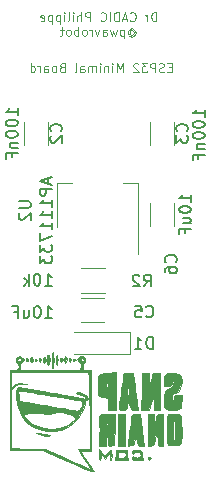
<source format=gbr>
G04 #@! TF.FileFunction,Legend,Bot*
%FSLAX46Y46*%
G04 Gerber Fmt 4.6, Leading zero omitted, Abs format (unit mm)*
G04 Created by KiCad (PCBNEW 4.0.4-stable) date 04/21/19 10:39:14*
%MOMM*%
%LPD*%
G01*
G04 APERTURE LIST*
%ADD10C,0.100000*%
%ADD11C,0.120000*%
%ADD12C,0.010000*%
%ADD13C,0.150000*%
G04 APERTURE END LIST*
D10*
X118664086Y-64259229D02*
X118414086Y-64259229D01*
X118306943Y-64652086D02*
X118664086Y-64652086D01*
X118664086Y-63902086D01*
X118306943Y-63902086D01*
X118021229Y-64616371D02*
X117914086Y-64652086D01*
X117735515Y-64652086D01*
X117664086Y-64616371D01*
X117628372Y-64580657D01*
X117592657Y-64509229D01*
X117592657Y-64437800D01*
X117628372Y-64366371D01*
X117664086Y-64330657D01*
X117735515Y-64294943D01*
X117878372Y-64259229D01*
X117949800Y-64223514D01*
X117985515Y-64187800D01*
X118021229Y-64116371D01*
X118021229Y-64044943D01*
X117985515Y-63973514D01*
X117949800Y-63937800D01*
X117878372Y-63902086D01*
X117699800Y-63902086D01*
X117592657Y-63937800D01*
X117271229Y-64652086D02*
X117271229Y-63902086D01*
X116985514Y-63902086D01*
X116914086Y-63937800D01*
X116878371Y-63973514D01*
X116842657Y-64044943D01*
X116842657Y-64152086D01*
X116878371Y-64223514D01*
X116914086Y-64259229D01*
X116985514Y-64294943D01*
X117271229Y-64294943D01*
X116592657Y-63902086D02*
X116128371Y-63902086D01*
X116378371Y-64187800D01*
X116271229Y-64187800D01*
X116199800Y-64223514D01*
X116164086Y-64259229D01*
X116128371Y-64330657D01*
X116128371Y-64509229D01*
X116164086Y-64580657D01*
X116199800Y-64616371D01*
X116271229Y-64652086D01*
X116485514Y-64652086D01*
X116556943Y-64616371D01*
X116592657Y-64580657D01*
X115842657Y-63973514D02*
X115806943Y-63937800D01*
X115735514Y-63902086D01*
X115556943Y-63902086D01*
X115485514Y-63937800D01*
X115449800Y-63973514D01*
X115414085Y-64044943D01*
X115414085Y-64116371D01*
X115449800Y-64223514D01*
X115878371Y-64652086D01*
X115414085Y-64652086D01*
X114521228Y-64652086D02*
X114521228Y-63902086D01*
X114271228Y-64437800D01*
X114021228Y-63902086D01*
X114021228Y-64652086D01*
X113664085Y-64652086D02*
X113664085Y-64152086D01*
X113664085Y-63902086D02*
X113699799Y-63937800D01*
X113664085Y-63973514D01*
X113628370Y-63937800D01*
X113664085Y-63902086D01*
X113664085Y-63973514D01*
X113306942Y-64152086D02*
X113306942Y-64652086D01*
X113306942Y-64223514D02*
X113271227Y-64187800D01*
X113199799Y-64152086D01*
X113092656Y-64152086D01*
X113021227Y-64187800D01*
X112985513Y-64259229D01*
X112985513Y-64652086D01*
X112628371Y-64652086D02*
X112628371Y-64152086D01*
X112628371Y-63902086D02*
X112664085Y-63937800D01*
X112628371Y-63973514D01*
X112592656Y-63937800D01*
X112628371Y-63902086D01*
X112628371Y-63973514D01*
X112271228Y-64652086D02*
X112271228Y-64152086D01*
X112271228Y-64223514D02*
X112235513Y-64187800D01*
X112164085Y-64152086D01*
X112056942Y-64152086D01*
X111985513Y-64187800D01*
X111949799Y-64259229D01*
X111949799Y-64652086D01*
X111949799Y-64259229D02*
X111914085Y-64187800D01*
X111842656Y-64152086D01*
X111735513Y-64152086D01*
X111664085Y-64187800D01*
X111628370Y-64259229D01*
X111628370Y-64652086D01*
X110949799Y-64652086D02*
X110949799Y-64259229D01*
X110985513Y-64187800D01*
X111056942Y-64152086D01*
X111199799Y-64152086D01*
X111271228Y-64187800D01*
X110949799Y-64616371D02*
X111021228Y-64652086D01*
X111199799Y-64652086D01*
X111271228Y-64616371D01*
X111306942Y-64544943D01*
X111306942Y-64473514D01*
X111271228Y-64402086D01*
X111199799Y-64366371D01*
X111021228Y-64366371D01*
X110949799Y-64330657D01*
X110485514Y-64652086D02*
X110556942Y-64616371D01*
X110592657Y-64544943D01*
X110592657Y-63902086D01*
X109378371Y-64259229D02*
X109271228Y-64294943D01*
X109235513Y-64330657D01*
X109199799Y-64402086D01*
X109199799Y-64509229D01*
X109235513Y-64580657D01*
X109271228Y-64616371D01*
X109342656Y-64652086D01*
X109628371Y-64652086D01*
X109628371Y-63902086D01*
X109378371Y-63902086D01*
X109306942Y-63937800D01*
X109271228Y-63973514D01*
X109235513Y-64044943D01*
X109235513Y-64116371D01*
X109271228Y-64187800D01*
X109306942Y-64223514D01*
X109378371Y-64259229D01*
X109628371Y-64259229D01*
X108771228Y-64652086D02*
X108842656Y-64616371D01*
X108878371Y-64580657D01*
X108914085Y-64509229D01*
X108914085Y-64294943D01*
X108878371Y-64223514D01*
X108842656Y-64187800D01*
X108771228Y-64152086D01*
X108664085Y-64152086D01*
X108592656Y-64187800D01*
X108556942Y-64223514D01*
X108521228Y-64294943D01*
X108521228Y-64509229D01*
X108556942Y-64580657D01*
X108592656Y-64616371D01*
X108664085Y-64652086D01*
X108771228Y-64652086D01*
X107878371Y-64652086D02*
X107878371Y-64259229D01*
X107914085Y-64187800D01*
X107985514Y-64152086D01*
X108128371Y-64152086D01*
X108199800Y-64187800D01*
X107878371Y-64616371D02*
X107949800Y-64652086D01*
X108128371Y-64652086D01*
X108199800Y-64616371D01*
X108235514Y-64544943D01*
X108235514Y-64473514D01*
X108199800Y-64402086D01*
X108128371Y-64366371D01*
X107949800Y-64366371D01*
X107878371Y-64330657D01*
X107521229Y-64652086D02*
X107521229Y-64152086D01*
X107521229Y-64294943D02*
X107485514Y-64223514D01*
X107449800Y-64187800D01*
X107378371Y-64152086D01*
X107306943Y-64152086D01*
X106735514Y-64652086D02*
X106735514Y-63902086D01*
X106735514Y-64616371D02*
X106806943Y-64652086D01*
X106949800Y-64652086D01*
X107021228Y-64616371D01*
X107056943Y-64580657D01*
X107092657Y-64509229D01*
X107092657Y-64294943D01*
X107056943Y-64223514D01*
X107021228Y-64187800D01*
X106949800Y-64152086D01*
X106806943Y-64152086D01*
X106735514Y-64187800D01*
X117364057Y-60343886D02*
X117364057Y-59593886D01*
X117185485Y-59593886D01*
X117078342Y-59629600D01*
X117006914Y-59701029D01*
X116971199Y-59772457D01*
X116935485Y-59915314D01*
X116935485Y-60022457D01*
X116971199Y-60165314D01*
X117006914Y-60236743D01*
X117078342Y-60308171D01*
X117185485Y-60343886D01*
X117364057Y-60343886D01*
X116614057Y-60343886D02*
X116614057Y-59843886D01*
X116614057Y-59986743D02*
X116578342Y-59915314D01*
X116542628Y-59879600D01*
X116471199Y-59843886D01*
X116399771Y-59843886D01*
X115149770Y-60272457D02*
X115185484Y-60308171D01*
X115292627Y-60343886D01*
X115364056Y-60343886D01*
X115471199Y-60308171D01*
X115542627Y-60236743D01*
X115578342Y-60165314D01*
X115614056Y-60022457D01*
X115614056Y-59915314D01*
X115578342Y-59772457D01*
X115542627Y-59701029D01*
X115471199Y-59629600D01*
X115364056Y-59593886D01*
X115292627Y-59593886D01*
X115185484Y-59629600D01*
X115149770Y-59665314D01*
X114864056Y-60129600D02*
X114506913Y-60129600D01*
X114935484Y-60343886D02*
X114685484Y-59593886D01*
X114435484Y-60343886D01*
X114185485Y-60343886D02*
X114185485Y-59593886D01*
X114006913Y-59593886D01*
X113899770Y-59629600D01*
X113828342Y-59701029D01*
X113792627Y-59772457D01*
X113756913Y-59915314D01*
X113756913Y-60022457D01*
X113792627Y-60165314D01*
X113828342Y-60236743D01*
X113899770Y-60308171D01*
X114006913Y-60343886D01*
X114185485Y-60343886D01*
X113435485Y-60343886D02*
X113435485Y-59593886D01*
X112649770Y-60272457D02*
X112685484Y-60308171D01*
X112792627Y-60343886D01*
X112864056Y-60343886D01*
X112971199Y-60308171D01*
X113042627Y-60236743D01*
X113078342Y-60165314D01*
X113114056Y-60022457D01*
X113114056Y-59915314D01*
X113078342Y-59772457D01*
X113042627Y-59701029D01*
X112971199Y-59629600D01*
X112864056Y-59593886D01*
X112792627Y-59593886D01*
X112685484Y-59629600D01*
X112649770Y-59665314D01*
X111756913Y-60343886D02*
X111756913Y-59593886D01*
X111471198Y-59593886D01*
X111399770Y-59629600D01*
X111364055Y-59665314D01*
X111328341Y-59736743D01*
X111328341Y-59843886D01*
X111364055Y-59915314D01*
X111399770Y-59951029D01*
X111471198Y-59986743D01*
X111756913Y-59986743D01*
X111006913Y-60343886D02*
X111006913Y-59593886D01*
X110685484Y-60343886D02*
X110685484Y-59951029D01*
X110721198Y-59879600D01*
X110792627Y-59843886D01*
X110899770Y-59843886D01*
X110971198Y-59879600D01*
X111006913Y-59915314D01*
X110328342Y-60343886D02*
X110328342Y-59843886D01*
X110328342Y-59593886D02*
X110364056Y-59629600D01*
X110328342Y-59665314D01*
X110292627Y-59629600D01*
X110328342Y-59593886D01*
X110328342Y-59665314D01*
X109864056Y-60343886D02*
X109935484Y-60308171D01*
X109971199Y-60236743D01*
X109971199Y-59593886D01*
X109578342Y-60343886D02*
X109578342Y-59843886D01*
X109578342Y-59593886D02*
X109614056Y-59629600D01*
X109578342Y-59665314D01*
X109542627Y-59629600D01*
X109578342Y-59593886D01*
X109578342Y-59665314D01*
X109221199Y-59843886D02*
X109221199Y-60593886D01*
X109221199Y-59879600D02*
X109149770Y-59843886D01*
X109006913Y-59843886D01*
X108935484Y-59879600D01*
X108899770Y-59915314D01*
X108864056Y-59986743D01*
X108864056Y-60201029D01*
X108899770Y-60272457D01*
X108935484Y-60308171D01*
X109006913Y-60343886D01*
X109149770Y-60343886D01*
X109221199Y-60308171D01*
X108542628Y-59843886D02*
X108542628Y-60593886D01*
X108542628Y-59879600D02*
X108471199Y-59843886D01*
X108328342Y-59843886D01*
X108256913Y-59879600D01*
X108221199Y-59915314D01*
X108185485Y-59986743D01*
X108185485Y-60201029D01*
X108221199Y-60272457D01*
X108256913Y-60308171D01*
X108328342Y-60343886D01*
X108471199Y-60343886D01*
X108542628Y-60308171D01*
X107578342Y-60308171D02*
X107649771Y-60343886D01*
X107792628Y-60343886D01*
X107864057Y-60308171D01*
X107899771Y-60236743D01*
X107899771Y-59951029D01*
X107864057Y-59879600D01*
X107792628Y-59843886D01*
X107649771Y-59843886D01*
X107578342Y-59879600D01*
X107542628Y-59951029D01*
X107542628Y-60022457D01*
X107899771Y-60093886D01*
X115131913Y-61211743D02*
X115167627Y-61176029D01*
X115239056Y-61140314D01*
X115310484Y-61140314D01*
X115381913Y-61176029D01*
X115417627Y-61211743D01*
X115453341Y-61283171D01*
X115453341Y-61354600D01*
X115417627Y-61426029D01*
X115381913Y-61461743D01*
X115310484Y-61497457D01*
X115239056Y-61497457D01*
X115167627Y-61461743D01*
X115131913Y-61426029D01*
X115131913Y-61140314D02*
X115131913Y-61426029D01*
X115096199Y-61461743D01*
X115060484Y-61461743D01*
X114989056Y-61426029D01*
X114953341Y-61354600D01*
X114953341Y-61176029D01*
X115024770Y-61068886D01*
X115131913Y-60997457D01*
X115274770Y-60961743D01*
X115417627Y-60997457D01*
X115524770Y-61068886D01*
X115596199Y-61176029D01*
X115631913Y-61318886D01*
X115596199Y-61461743D01*
X115524770Y-61568886D01*
X115417627Y-61640314D01*
X115274770Y-61676029D01*
X115131913Y-61640314D01*
X115024770Y-61568886D01*
X114631913Y-61068886D02*
X114631913Y-61818886D01*
X114631913Y-61104600D02*
X114560484Y-61068886D01*
X114417627Y-61068886D01*
X114346198Y-61104600D01*
X114310484Y-61140314D01*
X114274770Y-61211743D01*
X114274770Y-61426029D01*
X114310484Y-61497457D01*
X114346198Y-61533171D01*
X114417627Y-61568886D01*
X114560484Y-61568886D01*
X114631913Y-61533171D01*
X114024770Y-61068886D02*
X113881913Y-61568886D01*
X113739056Y-61211743D01*
X113596199Y-61568886D01*
X113453342Y-61068886D01*
X112846199Y-61568886D02*
X112846199Y-61176029D01*
X112881913Y-61104600D01*
X112953342Y-61068886D01*
X113096199Y-61068886D01*
X113167628Y-61104600D01*
X112846199Y-61533171D02*
X112917628Y-61568886D01*
X113096199Y-61568886D01*
X113167628Y-61533171D01*
X113203342Y-61461743D01*
X113203342Y-61390314D01*
X113167628Y-61318886D01*
X113096199Y-61283171D01*
X112917628Y-61283171D01*
X112846199Y-61247457D01*
X112560485Y-61068886D02*
X112381914Y-61568886D01*
X112203342Y-61068886D01*
X111917628Y-61568886D02*
X111917628Y-61068886D01*
X111917628Y-61211743D02*
X111881913Y-61140314D01*
X111846199Y-61104600D01*
X111774770Y-61068886D01*
X111703342Y-61068886D01*
X111346199Y-61568886D02*
X111417627Y-61533171D01*
X111453342Y-61497457D01*
X111489056Y-61426029D01*
X111489056Y-61211743D01*
X111453342Y-61140314D01*
X111417627Y-61104600D01*
X111346199Y-61068886D01*
X111239056Y-61068886D01*
X111167627Y-61104600D01*
X111131913Y-61140314D01*
X111096199Y-61211743D01*
X111096199Y-61426029D01*
X111131913Y-61497457D01*
X111167627Y-61533171D01*
X111239056Y-61568886D01*
X111346199Y-61568886D01*
X110774771Y-61568886D02*
X110774771Y-60818886D01*
X110774771Y-61104600D02*
X110703342Y-61068886D01*
X110560485Y-61068886D01*
X110489056Y-61104600D01*
X110453342Y-61140314D01*
X110417628Y-61211743D01*
X110417628Y-61426029D01*
X110453342Y-61497457D01*
X110489056Y-61533171D01*
X110560485Y-61568886D01*
X110703342Y-61568886D01*
X110774771Y-61533171D01*
X109989057Y-61568886D02*
X110060485Y-61533171D01*
X110096200Y-61497457D01*
X110131914Y-61426029D01*
X110131914Y-61211743D01*
X110096200Y-61140314D01*
X110060485Y-61104600D01*
X109989057Y-61068886D01*
X109881914Y-61068886D01*
X109810485Y-61104600D01*
X109774771Y-61140314D01*
X109739057Y-61211743D01*
X109739057Y-61426029D01*
X109774771Y-61497457D01*
X109810485Y-61533171D01*
X109881914Y-61568886D01*
X109989057Y-61568886D01*
X109524771Y-61068886D02*
X109239057Y-61068886D01*
X109417629Y-60818886D02*
X109417629Y-61461743D01*
X109381914Y-61533171D01*
X109310486Y-61568886D01*
X109239057Y-61568886D01*
D11*
X108208000Y-68850000D02*
X108208000Y-70850000D01*
X106168000Y-70850000D02*
X106168000Y-68850000D01*
X118876000Y-68850000D02*
X118876000Y-70850000D01*
X116836000Y-70850000D02*
X116836000Y-68850000D01*
X112975900Y-85843300D02*
X110975900Y-85843300D01*
X110975900Y-83803300D02*
X112975900Y-83803300D01*
X116836000Y-77708000D02*
X116836000Y-75708000D01*
X118876000Y-75708000D02*
X118876000Y-77708000D01*
X115126700Y-86654600D02*
X115126700Y-88554600D01*
X115126700Y-88554600D02*
X110426700Y-88554600D01*
X115126700Y-86654600D02*
X110426700Y-86654600D01*
X113039400Y-81264100D02*
X111039400Y-81264100D01*
X111039400Y-83404100D02*
X113039400Y-83404100D01*
X108997700Y-74061400D02*
X110257700Y-74061400D01*
X115817700Y-74061400D02*
X114557700Y-74061400D01*
X108997700Y-77821400D02*
X108997700Y-74061400D01*
X115817700Y-80071400D02*
X115817700Y-74061400D01*
D12*
G36*
X105636279Y-88750992D02*
X105618038Y-88760274D01*
X105480706Y-88912677D01*
X105476456Y-89109264D01*
X105583566Y-89264067D01*
X105677505Y-89422138D01*
X105710566Y-89613100D01*
X105698583Y-89762987D01*
X105632051Y-89833984D01*
X105465095Y-89855427D01*
X105329566Y-89856733D01*
X104948566Y-89856733D01*
X104948566Y-96630067D01*
X107664806Y-96630067D01*
X109809342Y-97561400D01*
X110459123Y-97843317D01*
X110970285Y-98064014D01*
X111359416Y-98229974D01*
X111643105Y-98347681D01*
X111837943Y-98423619D01*
X111960517Y-98464274D01*
X112027418Y-98476129D01*
X112055233Y-98465668D01*
X112060566Y-98441342D01*
X112014921Y-98355438D01*
X111957761Y-98265803D01*
X111806566Y-98265803D01*
X111732758Y-98243711D01*
X111525144Y-98161135D01*
X111204440Y-98026847D01*
X110791363Y-97849622D01*
X110306629Y-97638232D01*
X109880400Y-97450075D01*
X107954233Y-96595408D01*
X106514900Y-96549237D01*
X105075566Y-96503067D01*
X105053394Y-93264567D01*
X105031221Y-90026067D01*
X111614217Y-90026067D01*
X111668058Y-90418884D01*
X111680974Y-90597041D01*
X111692778Y-90921330D01*
X111703087Y-91368551D01*
X111711517Y-91915503D01*
X111717686Y-92538986D01*
X111721209Y-93215800D01*
X111721900Y-93678550D01*
X111721900Y-96545400D01*
X111270344Y-96545400D01*
X111007332Y-96554845D01*
X110819271Y-96579079D01*
X110764420Y-96599768D01*
X110788173Y-96686392D01*
X110893767Y-96880518D01*
X111063769Y-97152469D01*
X111258309Y-97440500D01*
X111476466Y-97756636D01*
X111653459Y-98019276D01*
X111769806Y-98199095D01*
X111806566Y-98265803D01*
X111957761Y-98265803D01*
X111890994Y-98161105D01*
X111708298Y-97888156D01*
X111510233Y-97600610D01*
X111291455Y-97282817D01*
X111113893Y-97017277D01*
X110997043Y-96833663D01*
X110959900Y-96763001D01*
X111036095Y-96735459D01*
X111230900Y-96717984D01*
X111383233Y-96714733D01*
X111806566Y-96714733D01*
X111806566Y-89856733D01*
X111467900Y-89856733D01*
X111251064Y-89847762D01*
X111154700Y-89792370D01*
X111129990Y-89647841D01*
X111129233Y-89560400D01*
X111148231Y-89364500D01*
X111194941Y-89266614D01*
X111204841Y-89264066D01*
X111300415Y-89193382D01*
X111348703Y-89034870D01*
X111345800Y-89010067D01*
X111213900Y-89010067D01*
X111171048Y-89149027D01*
X111065733Y-89163282D01*
X110939774Y-89079796D01*
X110917566Y-89010067D01*
X110987951Y-88890518D01*
X111065733Y-88856851D01*
X111185745Y-88886303D01*
X111213900Y-89010067D01*
X111345800Y-89010067D01*
X111331696Y-88889613D01*
X111203387Y-88741939D01*
X111008732Y-88732490D01*
X110828726Y-88828890D01*
X110627927Y-88986838D01*
X110821456Y-89168649D01*
X110966784Y-89376975D01*
X110977833Y-89603597D01*
X110940681Y-89856733D01*
X105795233Y-89856733D01*
X105795233Y-89629357D01*
X105852626Y-89405875D01*
X105985733Y-89198831D01*
X106133596Y-89041149D01*
X105941025Y-89041149D01*
X105923895Y-89092044D01*
X105800177Y-89162422D01*
X105647232Y-89129769D01*
X105562375Y-89031278D01*
X105592260Y-88921642D01*
X105715283Y-88861451D01*
X105856616Y-88878699D01*
X105895147Y-88906780D01*
X105941025Y-89041149D01*
X106133596Y-89041149D01*
X106176233Y-88995682D01*
X105977871Y-88834770D01*
X105795732Y-88728485D01*
X105636279Y-88750992D01*
X105636279Y-88750992D01*
G37*
X105636279Y-88750992D02*
X105618038Y-88760274D01*
X105480706Y-88912677D01*
X105476456Y-89109264D01*
X105583566Y-89264067D01*
X105677505Y-89422138D01*
X105710566Y-89613100D01*
X105698583Y-89762987D01*
X105632051Y-89833984D01*
X105465095Y-89855427D01*
X105329566Y-89856733D01*
X104948566Y-89856733D01*
X104948566Y-96630067D01*
X107664806Y-96630067D01*
X109809342Y-97561400D01*
X110459123Y-97843317D01*
X110970285Y-98064014D01*
X111359416Y-98229974D01*
X111643105Y-98347681D01*
X111837943Y-98423619D01*
X111960517Y-98464274D01*
X112027418Y-98476129D01*
X112055233Y-98465668D01*
X112060566Y-98441342D01*
X112014921Y-98355438D01*
X111957761Y-98265803D01*
X111806566Y-98265803D01*
X111732758Y-98243711D01*
X111525144Y-98161135D01*
X111204440Y-98026847D01*
X110791363Y-97849622D01*
X110306629Y-97638232D01*
X109880400Y-97450075D01*
X107954233Y-96595408D01*
X106514900Y-96549237D01*
X105075566Y-96503067D01*
X105053394Y-93264567D01*
X105031221Y-90026067D01*
X111614217Y-90026067D01*
X111668058Y-90418884D01*
X111680974Y-90597041D01*
X111692778Y-90921330D01*
X111703087Y-91368551D01*
X111711517Y-91915503D01*
X111717686Y-92538986D01*
X111721209Y-93215800D01*
X111721900Y-93678550D01*
X111721900Y-96545400D01*
X111270344Y-96545400D01*
X111007332Y-96554845D01*
X110819271Y-96579079D01*
X110764420Y-96599768D01*
X110788173Y-96686392D01*
X110893767Y-96880518D01*
X111063769Y-97152469D01*
X111258309Y-97440500D01*
X111476466Y-97756636D01*
X111653459Y-98019276D01*
X111769806Y-98199095D01*
X111806566Y-98265803D01*
X111957761Y-98265803D01*
X111890994Y-98161105D01*
X111708298Y-97888156D01*
X111510233Y-97600610D01*
X111291455Y-97282817D01*
X111113893Y-97017277D01*
X110997043Y-96833663D01*
X110959900Y-96763001D01*
X111036095Y-96735459D01*
X111230900Y-96717984D01*
X111383233Y-96714733D01*
X111806566Y-96714733D01*
X111806566Y-89856733D01*
X111467900Y-89856733D01*
X111251064Y-89847762D01*
X111154700Y-89792370D01*
X111129990Y-89647841D01*
X111129233Y-89560400D01*
X111148231Y-89364500D01*
X111194941Y-89266614D01*
X111204841Y-89264066D01*
X111300415Y-89193382D01*
X111348703Y-89034870D01*
X111345800Y-89010067D01*
X111213900Y-89010067D01*
X111171048Y-89149027D01*
X111065733Y-89163282D01*
X110939774Y-89079796D01*
X110917566Y-89010067D01*
X110987951Y-88890518D01*
X111065733Y-88856851D01*
X111185745Y-88886303D01*
X111213900Y-89010067D01*
X111345800Y-89010067D01*
X111331696Y-88889613D01*
X111203387Y-88741939D01*
X111008732Y-88732490D01*
X110828726Y-88828890D01*
X110627927Y-88986838D01*
X110821456Y-89168649D01*
X110966784Y-89376975D01*
X110977833Y-89603597D01*
X110940681Y-89856733D01*
X105795233Y-89856733D01*
X105795233Y-89629357D01*
X105852626Y-89405875D01*
X105985733Y-89198831D01*
X106133596Y-89041149D01*
X105941025Y-89041149D01*
X105923895Y-89092044D01*
X105800177Y-89162422D01*
X105647232Y-89129769D01*
X105562375Y-89031278D01*
X105592260Y-88921642D01*
X105715283Y-88861451D01*
X105856616Y-88878699D01*
X105895147Y-88906780D01*
X105941025Y-89041149D01*
X106133596Y-89041149D01*
X106176233Y-88995682D01*
X105977871Y-88834770D01*
X105795732Y-88728485D01*
X105636279Y-88750992D01*
G36*
X116647318Y-97290506D02*
X116632566Y-97349733D01*
X116700339Y-97461982D01*
X116759566Y-97476733D01*
X116871815Y-97408960D01*
X116886566Y-97349733D01*
X116818794Y-97237485D01*
X116759566Y-97222733D01*
X116647318Y-97290506D01*
X116647318Y-97290506D01*
G37*
X116647318Y-97290506D02*
X116632566Y-97349733D01*
X116700339Y-97461982D01*
X116759566Y-97476733D01*
X116871815Y-97408960D01*
X116886566Y-97349733D01*
X116818794Y-97237485D01*
X116759566Y-97222733D01*
X116647318Y-97290506D01*
G36*
X115399922Y-96701329D02*
X115284390Y-96806825D01*
X115277900Y-96843346D01*
X115324128Y-96954979D01*
X115362566Y-96968733D01*
X115444773Y-96904304D01*
X115447233Y-96884067D01*
X115521662Y-96828104D01*
X115704677Y-96800131D01*
X115743566Y-96799400D01*
X115942661Y-96813559D01*
X116024322Y-96885379D01*
X116039900Y-97053400D01*
X116023380Y-97224053D01*
X115939590Y-97294047D01*
X115743566Y-97307400D01*
X115547718Y-97284885D01*
X115449800Y-97229520D01*
X115447233Y-97217736D01*
X115395363Y-97167170D01*
X115362566Y-97180400D01*
X115284662Y-97302902D01*
X115277900Y-97354730D01*
X115324509Y-97428869D01*
X115483726Y-97466988D01*
X115748205Y-97476733D01*
X116218511Y-97476733D01*
X116192705Y-97074567D01*
X116168137Y-96829697D01*
X116115736Y-96706274D01*
X116005567Y-96656423D01*
X115923836Y-96644622D01*
X115627305Y-96642882D01*
X115399922Y-96701329D01*
X115399922Y-96701329D01*
G37*
X115399922Y-96701329D02*
X115284390Y-96806825D01*
X115277900Y-96843346D01*
X115324128Y-96954979D01*
X115362566Y-96968733D01*
X115444773Y-96904304D01*
X115447233Y-96884067D01*
X115521662Y-96828104D01*
X115704677Y-96800131D01*
X115743566Y-96799400D01*
X115942661Y-96813559D01*
X116024322Y-96885379D01*
X116039900Y-97053400D01*
X116023380Y-97224053D01*
X115939590Y-97294047D01*
X115743566Y-97307400D01*
X115547718Y-97284885D01*
X115449800Y-97229520D01*
X115447233Y-97217736D01*
X115395363Y-97167170D01*
X115362566Y-97180400D01*
X115284662Y-97302902D01*
X115277900Y-97354730D01*
X115324509Y-97428869D01*
X115483726Y-97466988D01*
X115748205Y-97476733D01*
X116218511Y-97476733D01*
X116192705Y-97074567D01*
X116168137Y-96829697D01*
X116115736Y-96706274D01*
X116005567Y-96656423D01*
X115923836Y-96644622D01*
X115627305Y-96642882D01*
X115399922Y-96701329D01*
G36*
X113939761Y-97074567D02*
X113913955Y-97476733D01*
X114948511Y-97476733D01*
X114922705Y-97074567D01*
X114921347Y-97053400D01*
X114769900Y-97053400D01*
X114756526Y-97216267D01*
X114684054Y-97288668D01*
X114503955Y-97306999D01*
X114431233Y-97307400D01*
X114214078Y-97297370D01*
X114117543Y-97243015D01*
X114093101Y-97107941D01*
X114092566Y-97053400D01*
X114105940Y-96890533D01*
X114178413Y-96818132D01*
X114358511Y-96799801D01*
X114431233Y-96799400D01*
X114648389Y-96809430D01*
X114744924Y-96863785D01*
X114769366Y-96998858D01*
X114769900Y-97053400D01*
X114921347Y-97053400D01*
X114896900Y-96672400D01*
X113965566Y-96672400D01*
X113939761Y-97074567D01*
X113939761Y-97074567D01*
G37*
X113939761Y-97074567D02*
X113913955Y-97476733D01*
X114948511Y-97476733D01*
X114922705Y-97074567D01*
X114921347Y-97053400D01*
X114769900Y-97053400D01*
X114756526Y-97216267D01*
X114684054Y-97288668D01*
X114503955Y-97306999D01*
X114431233Y-97307400D01*
X114214078Y-97297370D01*
X114117543Y-97243015D01*
X114093101Y-97107941D01*
X114092566Y-97053400D01*
X114105940Y-96890533D01*
X114178413Y-96818132D01*
X114358511Y-96799801D01*
X114431233Y-96799400D01*
X114648389Y-96809430D01*
X114744924Y-96863785D01*
X114769366Y-96998858D01*
X114769900Y-97053400D01*
X114921347Y-97053400D01*
X114896900Y-96672400D01*
X113965566Y-96672400D01*
X113939761Y-97074567D01*
G36*
X112486382Y-97032233D02*
X112499536Y-97280543D01*
X112535986Y-97441881D01*
X112568566Y-97476733D01*
X112627012Y-97402909D01*
X112653138Y-97223955D01*
X112653233Y-97211315D01*
X112653233Y-96945897D01*
X112838027Y-97180824D01*
X113022821Y-97415752D01*
X113218606Y-97171076D01*
X113414392Y-96926400D01*
X113414813Y-97201567D01*
X113437878Y-97388864D01*
X113493496Y-97475948D01*
X113499900Y-97476733D01*
X113550672Y-97401120D01*
X113580893Y-97210074D01*
X113584566Y-97100730D01*
X113563610Y-96814899D01*
X113497103Y-96690513D01*
X113379589Y-96724498D01*
X113219919Y-96895314D01*
X113011062Y-97162184D01*
X112749963Y-96874959D01*
X112488864Y-96587733D01*
X112486382Y-97032233D01*
X112486382Y-97032233D01*
G37*
X112486382Y-97032233D02*
X112499536Y-97280543D01*
X112535986Y-97441881D01*
X112568566Y-97476733D01*
X112627012Y-97402909D01*
X112653138Y-97223955D01*
X112653233Y-97211315D01*
X112653233Y-96945897D01*
X112838027Y-97180824D01*
X113022821Y-97415752D01*
X113218606Y-97171076D01*
X113414392Y-96926400D01*
X113414813Y-97201567D01*
X113437878Y-97388864D01*
X113493496Y-97475948D01*
X113499900Y-97476733D01*
X113550672Y-97401120D01*
X113580893Y-97210074D01*
X113584566Y-97100730D01*
X113563610Y-96814899D01*
X113497103Y-96690513D01*
X113379589Y-96724498D01*
X113219919Y-96895314D01*
X113011062Y-97162184D01*
X112749963Y-96874959D01*
X112488864Y-96587733D01*
X112486382Y-97032233D01*
G36*
X118607536Y-93600927D02*
X118403560Y-93648993D01*
X118342833Y-93683667D01*
X118294930Y-93813142D01*
X118262458Y-94094203D01*
X118244910Y-94533158D01*
X118241233Y-94950688D01*
X118243088Y-95419322D01*
X118251111Y-95746872D01*
X118268994Y-95961568D01*
X118300424Y-96091641D01*
X118349092Y-96165321D01*
X118405000Y-96203754D01*
X118656781Y-96272415D01*
X118978274Y-96277282D01*
X119282320Y-96218324D01*
X119320733Y-96204095D01*
X119396501Y-96166493D01*
X119448949Y-96106417D01*
X119482360Y-95995816D01*
X119501017Y-95806640D01*
X119509202Y-95510838D01*
X119510097Y-95317824D01*
X118992578Y-95317824D01*
X118978585Y-95633855D01*
X118941473Y-95805976D01*
X118879257Y-95846357D01*
X118827893Y-95811260D01*
X118791595Y-95690336D01*
X118769374Y-95436867D01*
X118763675Y-95087240D01*
X118767169Y-94907671D01*
X118790863Y-94473129D01*
X118827325Y-94197955D01*
X118870564Y-94083850D01*
X118914584Y-94132515D01*
X118953394Y-94345651D01*
X118980999Y-94724960D01*
X118985440Y-94845715D01*
X118992578Y-95317824D01*
X119510097Y-95317824D01*
X119511199Y-95080360D01*
X119511233Y-94956395D01*
X119504187Y-94398827D01*
X119482706Y-94003551D01*
X119446273Y-93764097D01*
X119409633Y-93683667D01*
X119270693Y-93624881D01*
X119029728Y-93588196D01*
X118876233Y-93582067D01*
X118607536Y-93600927D01*
X118607536Y-93600927D01*
G37*
X118607536Y-93600927D02*
X118403560Y-93648993D01*
X118342833Y-93683667D01*
X118294930Y-93813142D01*
X118262458Y-94094203D01*
X118244910Y-94533158D01*
X118241233Y-94950688D01*
X118243088Y-95419322D01*
X118251111Y-95746872D01*
X118268994Y-95961568D01*
X118300424Y-96091641D01*
X118349092Y-96165321D01*
X118405000Y-96203754D01*
X118656781Y-96272415D01*
X118978274Y-96277282D01*
X119282320Y-96218324D01*
X119320733Y-96204095D01*
X119396501Y-96166493D01*
X119448949Y-96106417D01*
X119482360Y-95995816D01*
X119501017Y-95806640D01*
X119509202Y-95510838D01*
X119510097Y-95317824D01*
X118992578Y-95317824D01*
X118978585Y-95633855D01*
X118941473Y-95805976D01*
X118879257Y-95846357D01*
X118827893Y-95811260D01*
X118791595Y-95690336D01*
X118769374Y-95436867D01*
X118763675Y-95087240D01*
X118767169Y-94907671D01*
X118790863Y-94473129D01*
X118827325Y-94197955D01*
X118870564Y-94083850D01*
X118914584Y-94132515D01*
X118953394Y-94345651D01*
X118980999Y-94724960D01*
X118985440Y-94845715D01*
X118992578Y-95317824D01*
X119510097Y-95317824D01*
X119511199Y-95080360D01*
X119511233Y-94956395D01*
X119504187Y-94398827D01*
X119482706Y-94003551D01*
X119446273Y-93764097D01*
X119409633Y-93683667D01*
X119270693Y-93624881D01*
X119029728Y-93588196D01*
X118876233Y-93582067D01*
X118607536Y-93600927D01*
G36*
X117513202Y-93594050D02*
X117426190Y-93656429D01*
X117365266Y-93808845D01*
X117306610Y-94068900D01*
X117235333Y-94407571D01*
X117190329Y-94583600D01*
X117165047Y-94600466D01*
X117152938Y-94461649D01*
X117147452Y-94170629D01*
X117147251Y-94153567D01*
X117140566Y-93582067D01*
X116632566Y-93582067D01*
X116632566Y-96291400D01*
X116877508Y-96291400D01*
X117033546Y-96276088D01*
X117133807Y-96206755D01*
X117200353Y-96048301D01*
X117255248Y-95765628D01*
X117270525Y-95666183D01*
X117329561Y-95374008D01*
X117388227Y-95248171D01*
X117438143Y-95285864D01*
X117470928Y-95484282D01*
X117479233Y-95736070D01*
X117482866Y-96033559D01*
X117503444Y-96199821D01*
X117555484Y-96272944D01*
X117653503Y-96291017D01*
X117690900Y-96291400D01*
X117902566Y-96291400D01*
X117902566Y-93582067D01*
X117654638Y-93582067D01*
X117513202Y-93594050D01*
X117513202Y-93594050D01*
G37*
X117513202Y-93594050D02*
X117426190Y-93656429D01*
X117365266Y-93808845D01*
X117306610Y-94068900D01*
X117235333Y-94407571D01*
X117190329Y-94583600D01*
X117165047Y-94600466D01*
X117152938Y-94461649D01*
X117147452Y-94170629D01*
X117147251Y-94153567D01*
X117140566Y-93582067D01*
X116632566Y-93582067D01*
X116632566Y-96291400D01*
X116877508Y-96291400D01*
X117033546Y-96276088D01*
X117133807Y-96206755D01*
X117200353Y-96048301D01*
X117255248Y-95765628D01*
X117270525Y-95666183D01*
X117329561Y-95374008D01*
X117388227Y-95248171D01*
X117438143Y-95285864D01*
X117470928Y-95484282D01*
X117479233Y-95736070D01*
X117482866Y-96033559D01*
X117503444Y-96199821D01*
X117555484Y-96272944D01*
X117653503Y-96291017D01*
X117690900Y-96291400D01*
X117902566Y-96291400D01*
X117902566Y-93582067D01*
X117654638Y-93582067D01*
X117513202Y-93594050D01*
G36*
X115382130Y-93606182D02*
X115279380Y-93678088D01*
X115277900Y-93691417D01*
X115266977Y-93828763D01*
X115237710Y-94093110D01*
X115195349Y-94443775D01*
X115145144Y-94840079D01*
X115092346Y-95241340D01*
X115042205Y-95606877D01*
X114999971Y-95896008D01*
X114971619Y-96064530D01*
X114951748Y-96224842D01*
X115011833Y-96282855D01*
X115194825Y-96277295D01*
X115206363Y-96276197D01*
X115403412Y-96236826D01*
X115489306Y-96132478D01*
X115516481Y-95968760D01*
X115567818Y-95771809D01*
X115648395Y-95726549D01*
X115727270Y-95826394D01*
X115770098Y-96022753D01*
X115808449Y-96209061D01*
X115911025Y-96280994D01*
X116070633Y-96291400D01*
X116344637Y-96291400D01*
X116178404Y-94936733D01*
X116170612Y-94873233D01*
X115694549Y-94873233D01*
X115685676Y-95107651D01*
X115655598Y-95252598D01*
X115633568Y-95275400D01*
X115597574Y-95201229D01*
X115592689Y-95017123D01*
X115597371Y-94957900D01*
X115631104Y-94680985D01*
X115659913Y-94566895D01*
X115681559Y-94617581D01*
X115693803Y-94834991D01*
X115694549Y-94873233D01*
X116170612Y-94873233D01*
X116012171Y-93582067D01*
X115645036Y-93582067D01*
X115382130Y-93606182D01*
X115382130Y-93606182D01*
G37*
X115382130Y-93606182D02*
X115279380Y-93678088D01*
X115277900Y-93691417D01*
X115266977Y-93828763D01*
X115237710Y-94093110D01*
X115195349Y-94443775D01*
X115145144Y-94840079D01*
X115092346Y-95241340D01*
X115042205Y-95606877D01*
X114999971Y-95896008D01*
X114971619Y-96064530D01*
X114951748Y-96224842D01*
X115011833Y-96282855D01*
X115194825Y-96277295D01*
X115206363Y-96276197D01*
X115403412Y-96236826D01*
X115489306Y-96132478D01*
X115516481Y-95968760D01*
X115567818Y-95771809D01*
X115648395Y-95726549D01*
X115727270Y-95826394D01*
X115770098Y-96022753D01*
X115808449Y-96209061D01*
X115911025Y-96280994D01*
X116070633Y-96291400D01*
X116344637Y-96291400D01*
X116178404Y-94936733D01*
X116170612Y-94873233D01*
X115694549Y-94873233D01*
X115685676Y-95107651D01*
X115655598Y-95252598D01*
X115633568Y-95275400D01*
X115597574Y-95201229D01*
X115592689Y-95017123D01*
X115597371Y-94957900D01*
X115631104Y-94680985D01*
X115659913Y-94566895D01*
X115681559Y-94617581D01*
X115693803Y-94834991D01*
X115694549Y-94873233D01*
X116170612Y-94873233D01*
X116012171Y-93582067D01*
X115645036Y-93582067D01*
X115382130Y-93606182D01*
G36*
X114092566Y-96291400D02*
X114685233Y-96291400D01*
X114685233Y-93582067D01*
X114092566Y-93582067D01*
X114092566Y-96291400D01*
X114092566Y-96291400D01*
G37*
X114092566Y-96291400D02*
X114685233Y-96291400D01*
X114685233Y-93582067D01*
X114092566Y-93582067D01*
X114092566Y-96291400D01*
G36*
X112933975Y-93596918D02*
X112690026Y-93636867D01*
X112585500Y-93683667D01*
X112524154Y-93832312D01*
X112491926Y-94083778D01*
X112488815Y-94374076D01*
X112514821Y-94639217D01*
X112569945Y-94815209D01*
X112585500Y-94835133D01*
X112643505Y-94950347D01*
X112585500Y-95038333D01*
X112530087Y-95177907D01*
X112494087Y-95440284D01*
X112483900Y-95715666D01*
X112483900Y-96291400D01*
X113076566Y-96291400D01*
X113076566Y-95741067D01*
X113088529Y-95453484D01*
X113120219Y-95256590D01*
X113161233Y-95190733D01*
X113205477Y-95268491D01*
X113235768Y-95474473D01*
X113245900Y-95741067D01*
X113248854Y-96036672D01*
X113268860Y-96201290D01*
X113322632Y-96273265D01*
X113426885Y-96290943D01*
X113485789Y-96291400D01*
X113679697Y-96273267D01*
X113782122Y-96234955D01*
X113801652Y-96134831D01*
X113818254Y-95896029D01*
X113830650Y-95549196D01*
X113837562Y-95124979D01*
X113838566Y-94880289D01*
X113838566Y-94463012D01*
X113244145Y-94463012D01*
X113221694Y-94641354D01*
X113189455Y-94710955D01*
X113123687Y-94758138D01*
X113089817Y-94709974D01*
X113077672Y-94537222D01*
X113076566Y-94386400D01*
X113093383Y-94159180D01*
X113135930Y-94022882D01*
X113161233Y-94005400D01*
X113211251Y-94078443D01*
X113239776Y-94253177D01*
X113244145Y-94463012D01*
X113838566Y-94463012D01*
X113838566Y-93582067D01*
X113262833Y-93582067D01*
X112933975Y-93596918D01*
X112933975Y-93596918D01*
G37*
X112933975Y-93596918D02*
X112690026Y-93636867D01*
X112585500Y-93683667D01*
X112524154Y-93832312D01*
X112491926Y-94083778D01*
X112488815Y-94374076D01*
X112514821Y-94639217D01*
X112569945Y-94815209D01*
X112585500Y-94835133D01*
X112643505Y-94950347D01*
X112585500Y-95038333D01*
X112530087Y-95177907D01*
X112494087Y-95440284D01*
X112483900Y-95715666D01*
X112483900Y-96291400D01*
X113076566Y-96291400D01*
X113076566Y-95741067D01*
X113088529Y-95453484D01*
X113120219Y-95256590D01*
X113161233Y-95190733D01*
X113205477Y-95268491D01*
X113235768Y-95474473D01*
X113245900Y-95741067D01*
X113248854Y-96036672D01*
X113268860Y-96201290D01*
X113322632Y-96273265D01*
X113426885Y-96290943D01*
X113485789Y-96291400D01*
X113679697Y-96273267D01*
X113782122Y-96234955D01*
X113801652Y-96134831D01*
X113818254Y-95896029D01*
X113830650Y-95549196D01*
X113837562Y-95124979D01*
X113838566Y-94880289D01*
X113838566Y-94463012D01*
X113244145Y-94463012D01*
X113221694Y-94641354D01*
X113189455Y-94710955D01*
X113123687Y-94758138D01*
X113089817Y-94709974D01*
X113077672Y-94537222D01*
X113076566Y-94386400D01*
X113093383Y-94159180D01*
X113135930Y-94022882D01*
X113161233Y-94005400D01*
X113211251Y-94078443D01*
X113239776Y-94253177D01*
X113244145Y-94463012D01*
X113838566Y-94463012D01*
X113838566Y-93582067D01*
X113262833Y-93582067D01*
X112933975Y-93596918D01*
G36*
X118368024Y-90181383D02*
X118141939Y-90283177D01*
X118024101Y-90483716D01*
X117987471Y-90808266D01*
X117987233Y-90846582D01*
X117987233Y-91211400D01*
X118325900Y-91211400D01*
X118542736Y-91202429D01*
X118639099Y-91147037D01*
X118663809Y-91002507D01*
X118664566Y-90915067D01*
X118685832Y-90719199D01*
X118738122Y-90621293D01*
X118749233Y-90618733D01*
X118805275Y-90693143D01*
X118833198Y-90876029D01*
X118833900Y-90914004D01*
X118811083Y-91115581D01*
X118715712Y-91262342D01*
X118507405Y-91415370D01*
X118498874Y-91420768D01*
X118232329Y-91617119D01*
X118076190Y-91824350D01*
X118003524Y-92096067D01*
X117987233Y-92439067D01*
X118000602Y-92812941D01*
X118060277Y-93049314D01*
X118195608Y-93179168D01*
X118435945Y-93233483D01*
X118749233Y-93243400D01*
X119071408Y-93236017D01*
X119266294Y-93207123D01*
X119375551Y-93146601D01*
X119423588Y-93079633D01*
X119472769Y-92905116D01*
X119504569Y-92633676D01*
X119511233Y-92439522D01*
X119511233Y-91963178D01*
X119193733Y-91989456D01*
X118993749Y-92016492D01*
X118897688Y-92087339D01*
X118860253Y-92252906D01*
X118850198Y-92375567D01*
X118809816Y-92631998D01*
X118751652Y-92725798D01*
X118696711Y-92659168D01*
X118665999Y-92434308D01*
X118664566Y-92356121D01*
X118676851Y-92113470D01*
X118742001Y-91970245D01*
X118902459Y-91856858D01*
X119000402Y-91805511D01*
X119265722Y-91639826D01*
X119422205Y-91445711D01*
X119495406Y-91175184D01*
X119511233Y-90846333D01*
X119488261Y-90517756D01*
X119399785Y-90310594D01*
X119216460Y-90198829D01*
X118908946Y-90156442D01*
X118729395Y-90153067D01*
X118368024Y-90181383D01*
X118368024Y-90181383D01*
G37*
X118368024Y-90181383D02*
X118141939Y-90283177D01*
X118024101Y-90483716D01*
X117987471Y-90808266D01*
X117987233Y-90846582D01*
X117987233Y-91211400D01*
X118325900Y-91211400D01*
X118542736Y-91202429D01*
X118639099Y-91147037D01*
X118663809Y-91002507D01*
X118664566Y-90915067D01*
X118685832Y-90719199D01*
X118738122Y-90621293D01*
X118749233Y-90618733D01*
X118805275Y-90693143D01*
X118833198Y-90876029D01*
X118833900Y-90914004D01*
X118811083Y-91115581D01*
X118715712Y-91262342D01*
X118507405Y-91415370D01*
X118498874Y-91420768D01*
X118232329Y-91617119D01*
X118076190Y-91824350D01*
X118003524Y-92096067D01*
X117987233Y-92439067D01*
X118000602Y-92812941D01*
X118060277Y-93049314D01*
X118195608Y-93179168D01*
X118435945Y-93233483D01*
X118749233Y-93243400D01*
X119071408Y-93236017D01*
X119266294Y-93207123D01*
X119375551Y-93146601D01*
X119423588Y-93079633D01*
X119472769Y-92905116D01*
X119504569Y-92633676D01*
X119511233Y-92439522D01*
X119511233Y-91963178D01*
X119193733Y-91989456D01*
X118993749Y-92016492D01*
X118897688Y-92087339D01*
X118860253Y-92252906D01*
X118850198Y-92375567D01*
X118809816Y-92631998D01*
X118751652Y-92725798D01*
X118696711Y-92659168D01*
X118665999Y-92434308D01*
X118664566Y-92356121D01*
X118676851Y-92113470D01*
X118742001Y-91970245D01*
X118902459Y-91856858D01*
X119000402Y-91805511D01*
X119265722Y-91639826D01*
X119422205Y-91445711D01*
X119495406Y-91175184D01*
X119511233Y-90846333D01*
X119488261Y-90517756D01*
X119399785Y-90310594D01*
X119216460Y-90198829D01*
X118908946Y-90156442D01*
X118729395Y-90153067D01*
X118368024Y-90181383D01*
G36*
X116442066Y-90126535D02*
X116166900Y-90153067D01*
X116143823Y-91698233D01*
X116120747Y-93243400D01*
X116778762Y-93243400D01*
X116887326Y-92714233D01*
X116973529Y-92332065D01*
X117041131Y-92117919D01*
X117090594Y-92071561D01*
X117122380Y-92192758D01*
X117136951Y-92481274D01*
X117137992Y-92587233D01*
X117140566Y-93243400D01*
X117648566Y-93243400D01*
X117648566Y-90110733D01*
X117358236Y-90110733D01*
X117194416Y-90118716D01*
X117097645Y-90169117D01*
X117036316Y-90301619D01*
X116978823Y-90555901D01*
X116970464Y-90597567D01*
X116881839Y-91024731D01*
X116817496Y-91288905D01*
X116773508Y-91394064D01*
X116745948Y-91344186D01*
X116730886Y-91143245D01*
X116724869Y-90846202D01*
X116717233Y-90100004D01*
X116442066Y-90126535D01*
X116442066Y-90126535D01*
G37*
X116442066Y-90126535D02*
X116166900Y-90153067D01*
X116143823Y-91698233D01*
X116120747Y-93243400D01*
X116778762Y-93243400D01*
X116887326Y-92714233D01*
X116973529Y-92332065D01*
X117041131Y-92117919D01*
X117090594Y-92071561D01*
X117122380Y-92192758D01*
X117136951Y-92481274D01*
X117137992Y-92587233D01*
X117140566Y-93243400D01*
X117648566Y-93243400D01*
X117648566Y-90110733D01*
X117358236Y-90110733D01*
X117194416Y-90118716D01*
X117097645Y-90169117D01*
X117036316Y-90301619D01*
X116978823Y-90555901D01*
X116970464Y-90597567D01*
X116881839Y-91024731D01*
X116817496Y-91288905D01*
X116773508Y-91394064D01*
X116745948Y-91344186D01*
X116730886Y-91143245D01*
X116724869Y-90846202D01*
X116717233Y-90100004D01*
X116442066Y-90126535D01*
G36*
X114623516Y-90122613D02*
X114600566Y-90130933D01*
X114589679Y-90228221D01*
X114560122Y-90458917D01*
X114516555Y-90788710D01*
X114463636Y-91183290D01*
X114406024Y-91608346D01*
X114348377Y-92029568D01*
X114295355Y-92412644D01*
X114251615Y-92723264D01*
X114221817Y-92927117D01*
X114215321Y-92968233D01*
X114195031Y-93143616D01*
X114240946Y-93222102D01*
X114395094Y-93242662D01*
X114512063Y-93243400D01*
X114730502Y-93234717D01*
X114828196Y-93180663D01*
X114853701Y-93039226D01*
X114854566Y-92947067D01*
X114885851Y-92720944D01*
X114972508Y-92650733D01*
X115104447Y-92727194D01*
X115181395Y-92931296D01*
X115193233Y-93080991D01*
X115228434Y-93192677D01*
X115362952Y-93238162D01*
X115495659Y-93243400D01*
X115798084Y-93243400D01*
X115737600Y-92756567D01*
X115702377Y-92476131D01*
X115652387Y-92082104D01*
X115647073Y-92040461D01*
X115095771Y-92040461D01*
X115052691Y-92130123D01*
X115002733Y-92142849D01*
X114942088Y-92087726D01*
X114921737Y-91907241D01*
X114932403Y-91656015D01*
X114967905Y-91169067D01*
X115033357Y-91507733D01*
X115088894Y-91841952D01*
X115095771Y-92040461D01*
X115647073Y-92040461D01*
X115594546Y-91628836D01*
X115541007Y-91211400D01*
X115404900Y-90153067D01*
X115002733Y-90127261D01*
X114768491Y-90117784D01*
X114623516Y-90122613D01*
X114623516Y-90122613D01*
G37*
X114623516Y-90122613D02*
X114600566Y-90130933D01*
X114589679Y-90228221D01*
X114560122Y-90458917D01*
X114516555Y-90788710D01*
X114463636Y-91183290D01*
X114406024Y-91608346D01*
X114348377Y-92029568D01*
X114295355Y-92412644D01*
X114251615Y-92723264D01*
X114221817Y-92927117D01*
X114215321Y-92968233D01*
X114195031Y-93143616D01*
X114240946Y-93222102D01*
X114395094Y-93242662D01*
X114512063Y-93243400D01*
X114730502Y-93234717D01*
X114828196Y-93180663D01*
X114853701Y-93039226D01*
X114854566Y-92947067D01*
X114885851Y-92720944D01*
X114972508Y-92650733D01*
X115104447Y-92727194D01*
X115181395Y-92931296D01*
X115193233Y-93080991D01*
X115228434Y-93192677D01*
X115362952Y-93238162D01*
X115495659Y-93243400D01*
X115798084Y-93243400D01*
X115737600Y-92756567D01*
X115702377Y-92476131D01*
X115652387Y-92082104D01*
X115647073Y-92040461D01*
X115095771Y-92040461D01*
X115052691Y-92130123D01*
X115002733Y-92142849D01*
X114942088Y-92087726D01*
X114921737Y-91907241D01*
X114932403Y-91656015D01*
X114967905Y-91169067D01*
X115033357Y-91507733D01*
X115088894Y-91841952D01*
X115095771Y-92040461D01*
X115647073Y-92040461D01*
X115594546Y-91628836D01*
X115541007Y-91211400D01*
X115404900Y-90153067D01*
X115002733Y-90127261D01*
X114768491Y-90117784D01*
X114623516Y-90122613D01*
G36*
X113291300Y-90129020D02*
X112965498Y-90162738D01*
X112696245Y-90213774D01*
X112537180Y-90271674D01*
X112529300Y-90277521D01*
X112461615Y-90379718D01*
X112420740Y-90569868D01*
X112401919Y-90879149D01*
X112399233Y-91130175D01*
X112404674Y-91481708D01*
X112419188Y-91777196D01*
X112440062Y-91969021D01*
X112449066Y-92004745D01*
X112562594Y-92100884D01*
X112791357Y-92176017D01*
X112872399Y-92190617D01*
X113245900Y-92246627D01*
X113245900Y-93243400D01*
X113923233Y-93243400D01*
X113923233Y-91169067D01*
X113245900Y-91169067D01*
X113233937Y-91456649D01*
X113202248Y-91653543D01*
X113161233Y-91719400D01*
X113116990Y-91641642D01*
X113086698Y-91435660D01*
X113076566Y-91169067D01*
X113088529Y-90881484D01*
X113120219Y-90684590D01*
X113161233Y-90618733D01*
X113205477Y-90696491D01*
X113235768Y-90902473D01*
X113245900Y-91169067D01*
X113923233Y-91169067D01*
X113923233Y-90088465D01*
X113291300Y-90129020D01*
X113291300Y-90129020D01*
G37*
X113291300Y-90129020D02*
X112965498Y-90162738D01*
X112696245Y-90213774D01*
X112537180Y-90271674D01*
X112529300Y-90277521D01*
X112461615Y-90379718D01*
X112420740Y-90569868D01*
X112401919Y-90879149D01*
X112399233Y-91130175D01*
X112404674Y-91481708D01*
X112419188Y-91777196D01*
X112440062Y-91969021D01*
X112449066Y-92004745D01*
X112562594Y-92100884D01*
X112791357Y-92176017D01*
X112872399Y-92190617D01*
X113245900Y-92246627D01*
X113245900Y-93243400D01*
X113923233Y-93243400D01*
X113923233Y-91169067D01*
X113245900Y-91169067D01*
X113233937Y-91456649D01*
X113202248Y-91653543D01*
X113161233Y-91719400D01*
X113116990Y-91641642D01*
X113086698Y-91435660D01*
X113076566Y-91169067D01*
X113088529Y-90881484D01*
X113120219Y-90684590D01*
X113161233Y-90618733D01*
X113205477Y-90696491D01*
X113235768Y-90902473D01*
X113245900Y-91169067D01*
X113923233Y-91169067D01*
X113923233Y-90088465D01*
X113291300Y-90129020D01*
G36*
X108547304Y-88411949D02*
X108517840Y-88628219D01*
X108504849Y-88949474D01*
X108504566Y-89010067D01*
X108514469Y-89345499D01*
X108541502Y-89581213D01*
X108581659Y-89685142D01*
X108589233Y-89687400D01*
X108631162Y-89608184D01*
X108660627Y-89391914D01*
X108673618Y-89070659D01*
X108673900Y-89010067D01*
X108663998Y-88674634D01*
X108636964Y-88438920D01*
X108596807Y-88334991D01*
X108589233Y-88332733D01*
X108547304Y-88411949D01*
X108547304Y-88411949D01*
G37*
X108547304Y-88411949D02*
X108517840Y-88628219D01*
X108504849Y-88949474D01*
X108504566Y-89010067D01*
X108514469Y-89345499D01*
X108541502Y-89581213D01*
X108581659Y-89685142D01*
X108589233Y-89687400D01*
X108631162Y-89608184D01*
X108660627Y-89391914D01*
X108673618Y-89070659D01*
X108673900Y-89010067D01*
X108663998Y-88674634D01*
X108636964Y-88438920D01*
X108596807Y-88334991D01*
X108589233Y-88332733D01*
X108547304Y-88411949D01*
G36*
X108879602Y-88662880D02*
X108848947Y-88857575D01*
X108843233Y-89010067D01*
X108858463Y-89251554D01*
X108897402Y-89404831D01*
X108927900Y-89433400D01*
X108976197Y-89357253D01*
X109006853Y-89162558D01*
X109012566Y-89010067D01*
X108997337Y-88768579D01*
X108958398Y-88615302D01*
X108927900Y-88586733D01*
X108879602Y-88662880D01*
X108879602Y-88662880D01*
G37*
X108879602Y-88662880D02*
X108848947Y-88857575D01*
X108843233Y-89010067D01*
X108858463Y-89251554D01*
X108897402Y-89404831D01*
X108927900Y-89433400D01*
X108976197Y-89357253D01*
X109006853Y-89162558D01*
X109012566Y-89010067D01*
X108997337Y-88768579D01*
X108958398Y-88615302D01*
X108927900Y-88586733D01*
X108879602Y-88662880D01*
G36*
X108128368Y-88632053D02*
X108089360Y-88788960D01*
X108081233Y-89010067D01*
X108094829Y-89276285D01*
X108141901Y-89406311D01*
X108208233Y-89433400D01*
X108288099Y-89388080D01*
X108327106Y-89231173D01*
X108335233Y-89010067D01*
X108321637Y-88743848D01*
X108274565Y-88613822D01*
X108208233Y-88586733D01*
X108128368Y-88632053D01*
X108128368Y-88632053D01*
G37*
X108128368Y-88632053D02*
X108089360Y-88788960D01*
X108081233Y-89010067D01*
X108094829Y-89276285D01*
X108141901Y-89406311D01*
X108208233Y-89433400D01*
X108288099Y-89388080D01*
X108327106Y-89231173D01*
X108335233Y-89010067D01*
X108321637Y-88743848D01*
X108274565Y-88613822D01*
X108208233Y-88586733D01*
X108128368Y-88632053D01*
G36*
X109676735Y-88689899D02*
X109604530Y-88783566D01*
X109572864Y-88955754D01*
X109582731Y-89135390D01*
X109635119Y-89251401D01*
X109668733Y-89264073D01*
X109744435Y-89186642D01*
X109774468Y-88976371D01*
X109774566Y-88960678D01*
X109750902Y-88751545D01*
X109684342Y-88687944D01*
X109676735Y-88689899D01*
X109676735Y-88689899D01*
G37*
X109676735Y-88689899D02*
X109604530Y-88783566D01*
X109572864Y-88955754D01*
X109582731Y-89135390D01*
X109635119Y-89251401D01*
X109668733Y-89264073D01*
X109744435Y-89186642D01*
X109774468Y-88976371D01*
X109774566Y-88960678D01*
X109750902Y-88751545D01*
X109684342Y-88687944D01*
X109676735Y-88689899D01*
G36*
X107768740Y-88831795D02*
X107742566Y-89010067D01*
X107780431Y-89211719D01*
X107869566Y-89264067D01*
X107970393Y-89188338D01*
X107996566Y-89010067D01*
X107958702Y-88808414D01*
X107869566Y-88756067D01*
X107768740Y-88831795D01*
X107768740Y-88831795D01*
G37*
X107768740Y-88831795D02*
X107742566Y-89010067D01*
X107780431Y-89211719D01*
X107869566Y-89264067D01*
X107970393Y-89188338D01*
X107996566Y-89010067D01*
X107958702Y-88808414D01*
X107869566Y-88756067D01*
X107768740Y-88831795D01*
G36*
X106707423Y-88879284D02*
X106684233Y-89010067D01*
X106724145Y-89177639D01*
X106790066Y-89242900D01*
X106870355Y-89198842D01*
X106895900Y-89010067D01*
X106867944Y-88815988D01*
X106790066Y-88777233D01*
X106707423Y-88879284D01*
X106707423Y-88879284D01*
G37*
X106707423Y-88879284D02*
X106684233Y-89010067D01*
X106724145Y-89177639D01*
X106790066Y-89242900D01*
X106870355Y-89198842D01*
X106895900Y-89010067D01*
X106867944Y-88815988D01*
X106790066Y-88777233D01*
X106707423Y-88879284D01*
G36*
X109959776Y-88911646D02*
X109943900Y-89010067D01*
X109979356Y-89147647D01*
X110028566Y-89179400D01*
X110097357Y-89108487D01*
X110113233Y-89010067D01*
X110077777Y-88872486D01*
X110028566Y-88840733D01*
X109959776Y-88911646D01*
X109959776Y-88911646D01*
G37*
X109959776Y-88911646D02*
X109943900Y-89010067D01*
X109979356Y-89147647D01*
X110028566Y-89179400D01*
X110097357Y-89108487D01*
X110113233Y-89010067D01*
X110077777Y-88872486D01*
X110028566Y-88840733D01*
X109959776Y-88911646D01*
G36*
X109205472Y-88911319D02*
X109181900Y-89010067D01*
X109234839Y-89147971D01*
X109308900Y-89179400D01*
X109412328Y-89108814D01*
X109435900Y-89010067D01*
X109382960Y-88872162D01*
X109308900Y-88840733D01*
X109205472Y-88911319D01*
X109205472Y-88911319D01*
G37*
X109205472Y-88911319D02*
X109181900Y-89010067D01*
X109234839Y-89147971D01*
X109308900Y-89179400D01*
X109412328Y-89108814D01*
X109435900Y-89010067D01*
X109382960Y-88872162D01*
X109308900Y-88840733D01*
X109205472Y-88911319D01*
G36*
X107419776Y-88911646D02*
X107403900Y-89010067D01*
X107439356Y-89147647D01*
X107488566Y-89179400D01*
X107557357Y-89108487D01*
X107573233Y-89010067D01*
X107537777Y-88872486D01*
X107488566Y-88840733D01*
X107419776Y-88911646D01*
X107419776Y-88911646D01*
G37*
X107419776Y-88911646D02*
X107403900Y-89010067D01*
X107439356Y-89147647D01*
X107488566Y-89179400D01*
X107557357Y-89108487D01*
X107573233Y-89010067D01*
X107537777Y-88872486D01*
X107488566Y-88840733D01*
X107419776Y-88911646D01*
G36*
X106318157Y-88911691D02*
X106303233Y-89010067D01*
X106347910Y-89154137D01*
X106447319Y-89165470D01*
X106514900Y-89094733D01*
X106525310Y-88954629D01*
X106432618Y-88850933D01*
X106382903Y-88840733D01*
X106318157Y-88911691D01*
X106318157Y-88911691D01*
G37*
X106318157Y-88911691D02*
X106303233Y-89010067D01*
X106347910Y-89154137D01*
X106447319Y-89165470D01*
X106514900Y-89094733D01*
X106525310Y-88954629D01*
X106432618Y-88850933D01*
X106382903Y-88840733D01*
X106318157Y-88911691D01*
G36*
X110296895Y-88971117D02*
X110282566Y-89010067D01*
X110351143Y-89085181D01*
X110409566Y-89094733D01*
X110522238Y-89049016D01*
X110536566Y-89010067D01*
X110467990Y-88934952D01*
X110409566Y-88925400D01*
X110296895Y-88971117D01*
X110296895Y-88971117D01*
G37*
X110296895Y-88971117D02*
X110282566Y-89010067D01*
X110351143Y-89085181D01*
X110409566Y-89094733D01*
X110522238Y-89049016D01*
X110536566Y-89010067D01*
X110467990Y-88934952D01*
X110409566Y-88925400D01*
X110296895Y-88971117D01*
G36*
X107067693Y-88989829D02*
X107065233Y-89010067D01*
X107129662Y-89092273D01*
X107149900Y-89094733D01*
X107232106Y-89030304D01*
X107234566Y-89010067D01*
X107170137Y-88927860D01*
X107149900Y-88925400D01*
X107067693Y-88989829D01*
X107067693Y-88989829D01*
G37*
X107067693Y-88989829D02*
X107065233Y-89010067D01*
X107129662Y-89092273D01*
X107149900Y-89094733D01*
X107232106Y-89030304D01*
X107234566Y-89010067D01*
X107170137Y-88927860D01*
X107149900Y-88925400D01*
X107067693Y-88989829D01*
G36*
X107403900Y-95300939D02*
X107722970Y-95429832D01*
X108051179Y-95480333D01*
X108292515Y-95448131D01*
X108351450Y-95406166D01*
X108266165Y-95370362D01*
X108038515Y-95336778D01*
X107742801Y-95296817D01*
X107484497Y-95252283D01*
X107403900Y-95234475D01*
X107192233Y-95180999D01*
X107403900Y-95300939D01*
X107403900Y-95300939D01*
G37*
X107403900Y-95300939D02*
X107722970Y-95429832D01*
X108051179Y-95480333D01*
X108292515Y-95448131D01*
X108351450Y-95406166D01*
X108266165Y-95370362D01*
X108038515Y-95336778D01*
X107742801Y-95296817D01*
X107484497Y-95252283D01*
X107403900Y-95234475D01*
X107192233Y-95180999D01*
X107403900Y-95300939D01*
G36*
X105682522Y-91344906D02*
X105591374Y-91490376D01*
X105530846Y-91740366D01*
X105513342Y-92061178D01*
X105596877Y-92765836D01*
X105805083Y-93421601D01*
X106123839Y-93993501D01*
X106441803Y-94360446D01*
X106892873Y-94680906D01*
X107447178Y-94914456D01*
X108057810Y-95052484D01*
X108677857Y-95086375D01*
X109260411Y-95007516D01*
X109517645Y-94925231D01*
X109993413Y-94658877D01*
X110445966Y-94264645D01*
X110728087Y-93922389D01*
X110536566Y-93922389D01*
X110473286Y-94023546D01*
X110311658Y-94183206D01*
X110094002Y-94365604D01*
X109862640Y-94534973D01*
X109682288Y-94644336D01*
X109154709Y-94828414D01*
X108549152Y-94887906D01*
X107902603Y-94822554D01*
X107327120Y-94660832D01*
X107057962Y-94531717D01*
X106780510Y-94351250D01*
X106525081Y-94146540D01*
X106321990Y-93944696D01*
X106201557Y-93772829D01*
X106194097Y-93658049D01*
X106199193Y-93652240D01*
X106351944Y-93585100D01*
X106623175Y-93539257D01*
X106963060Y-93517372D01*
X107321774Y-93522101D01*
X107649494Y-93556103D01*
X107726638Y-93570741D01*
X108054450Y-93619373D01*
X108356133Y-93602584D01*
X108650086Y-93538467D01*
X108995127Y-93472978D01*
X109311437Y-93454154D01*
X109433636Y-93465073D01*
X109680208Y-93526212D01*
X109960115Y-93620753D01*
X110226716Y-93729358D01*
X110433373Y-93832689D01*
X110533446Y-93911408D01*
X110536566Y-93922389D01*
X110728087Y-93922389D01*
X110842400Y-93783711D01*
X111149811Y-93257253D01*
X111335295Y-92726449D01*
X111347559Y-92662189D01*
X111124228Y-92662189D01*
X111071501Y-92917346D01*
X111027558Y-93046889D01*
X110955007Y-93205431D01*
X110854921Y-93295265D01*
X110691696Y-93323862D01*
X110429726Y-93298694D01*
X110103623Y-93240762D01*
X109779238Y-93182267D01*
X109470074Y-93132237D01*
X109348753Y-93115114D01*
X109088377Y-93075227D01*
X108759658Y-93016558D01*
X108586753Y-92982768D01*
X108262429Y-92921708D01*
X107954181Y-92871276D01*
X107827233Y-92854085D01*
X107555453Y-92813118D01*
X107319233Y-92763514D01*
X107142764Y-92724223D01*
X107060154Y-92716149D01*
X106959499Y-92707165D01*
X106736830Y-92675616D01*
X106436966Y-92627937D01*
X106382821Y-92618906D01*
X105752900Y-92513136D01*
X105727309Y-92073935D01*
X105701717Y-91634733D01*
X105988364Y-91634733D01*
X106198959Y-91649857D01*
X106326207Y-91686670D01*
X106330977Y-91690700D01*
X106449519Y-91737553D01*
X106620255Y-91762952D01*
X106822437Y-91785613D01*
X107124368Y-91829052D01*
X107446233Y-91881437D01*
X107782079Y-91938669D01*
X108083067Y-91988790D01*
X108276114Y-92019708D01*
X108488446Y-92053831D01*
X108791812Y-92104708D01*
X109038114Y-92147047D01*
X109374161Y-92203858D01*
X109690404Y-92254647D01*
X109859233Y-92279921D01*
X110097530Y-92321953D01*
X110274597Y-92367639D01*
X110282566Y-92370593D01*
X110379103Y-92401762D01*
X110507481Y-92424779D01*
X110718696Y-92447039D01*
X110938733Y-92465770D01*
X111081107Y-92519087D01*
X111124228Y-92662189D01*
X111347559Y-92662189D01*
X111354327Y-92626728D01*
X111373671Y-92539968D01*
X111389928Y-92469953D01*
X111387464Y-92412274D01*
X111350648Y-92362522D01*
X111263845Y-92316287D01*
X111111423Y-92269160D01*
X110877748Y-92216733D01*
X110547187Y-92154594D01*
X110104108Y-92078335D01*
X109532876Y-91983548D01*
X108817860Y-91865821D01*
X108428100Y-91801380D01*
X107787823Y-91694370D01*
X107201640Y-91594714D01*
X106690359Y-91506084D01*
X106274789Y-91432151D01*
X105975740Y-91376585D01*
X105814020Y-91343057D01*
X105791860Y-91336315D01*
X105682522Y-91344906D01*
X105682522Y-91344906D01*
G37*
X105682522Y-91344906D02*
X105591374Y-91490376D01*
X105530846Y-91740366D01*
X105513342Y-92061178D01*
X105596877Y-92765836D01*
X105805083Y-93421601D01*
X106123839Y-93993501D01*
X106441803Y-94360446D01*
X106892873Y-94680906D01*
X107447178Y-94914456D01*
X108057810Y-95052484D01*
X108677857Y-95086375D01*
X109260411Y-95007516D01*
X109517645Y-94925231D01*
X109993413Y-94658877D01*
X110445966Y-94264645D01*
X110728087Y-93922389D01*
X110536566Y-93922389D01*
X110473286Y-94023546D01*
X110311658Y-94183206D01*
X110094002Y-94365604D01*
X109862640Y-94534973D01*
X109682288Y-94644336D01*
X109154709Y-94828414D01*
X108549152Y-94887906D01*
X107902603Y-94822554D01*
X107327120Y-94660832D01*
X107057962Y-94531717D01*
X106780510Y-94351250D01*
X106525081Y-94146540D01*
X106321990Y-93944696D01*
X106201557Y-93772829D01*
X106194097Y-93658049D01*
X106199193Y-93652240D01*
X106351944Y-93585100D01*
X106623175Y-93539257D01*
X106963060Y-93517372D01*
X107321774Y-93522101D01*
X107649494Y-93556103D01*
X107726638Y-93570741D01*
X108054450Y-93619373D01*
X108356133Y-93602584D01*
X108650086Y-93538467D01*
X108995127Y-93472978D01*
X109311437Y-93454154D01*
X109433636Y-93465073D01*
X109680208Y-93526212D01*
X109960115Y-93620753D01*
X110226716Y-93729358D01*
X110433373Y-93832689D01*
X110533446Y-93911408D01*
X110536566Y-93922389D01*
X110728087Y-93922389D01*
X110842400Y-93783711D01*
X111149811Y-93257253D01*
X111335295Y-92726449D01*
X111347559Y-92662189D01*
X111124228Y-92662189D01*
X111071501Y-92917346D01*
X111027558Y-93046889D01*
X110955007Y-93205431D01*
X110854921Y-93295265D01*
X110691696Y-93323862D01*
X110429726Y-93298694D01*
X110103623Y-93240762D01*
X109779238Y-93182267D01*
X109470074Y-93132237D01*
X109348753Y-93115114D01*
X109088377Y-93075227D01*
X108759658Y-93016558D01*
X108586753Y-92982768D01*
X108262429Y-92921708D01*
X107954181Y-92871276D01*
X107827233Y-92854085D01*
X107555453Y-92813118D01*
X107319233Y-92763514D01*
X107142764Y-92724223D01*
X107060154Y-92716149D01*
X106959499Y-92707165D01*
X106736830Y-92675616D01*
X106436966Y-92627937D01*
X106382821Y-92618906D01*
X105752900Y-92513136D01*
X105727309Y-92073935D01*
X105701717Y-91634733D01*
X105988364Y-91634733D01*
X106198959Y-91649857D01*
X106326207Y-91686670D01*
X106330977Y-91690700D01*
X106449519Y-91737553D01*
X106620255Y-91762952D01*
X106822437Y-91785613D01*
X107124368Y-91829052D01*
X107446233Y-91881437D01*
X107782079Y-91938669D01*
X108083067Y-91988790D01*
X108276114Y-92019708D01*
X108488446Y-92053831D01*
X108791812Y-92104708D01*
X109038114Y-92147047D01*
X109374161Y-92203858D01*
X109690404Y-92254647D01*
X109859233Y-92279921D01*
X110097530Y-92321953D01*
X110274597Y-92367639D01*
X110282566Y-92370593D01*
X110379103Y-92401762D01*
X110507481Y-92424779D01*
X110718696Y-92447039D01*
X110938733Y-92465770D01*
X111081107Y-92519087D01*
X111124228Y-92662189D01*
X111347559Y-92662189D01*
X111354327Y-92626728D01*
X111373671Y-92539968D01*
X111389928Y-92469953D01*
X111387464Y-92412274D01*
X111350648Y-92362522D01*
X111263845Y-92316287D01*
X111111423Y-92269160D01*
X110877748Y-92216733D01*
X110547187Y-92154594D01*
X110104108Y-92078335D01*
X109532876Y-91983548D01*
X108817860Y-91865821D01*
X108428100Y-91801380D01*
X107787823Y-91694370D01*
X107201640Y-91594714D01*
X106690359Y-91506084D01*
X106274789Y-91432151D01*
X105975740Y-91376585D01*
X105814020Y-91343057D01*
X105791860Y-91336315D01*
X105682522Y-91344906D01*
G36*
X110544355Y-91809585D02*
X110536566Y-91822996D01*
X110608477Y-91874819D01*
X110727066Y-91889981D01*
X111047735Y-91962698D01*
X111322183Y-92148820D01*
X111443816Y-92313735D01*
X111519945Y-92454358D01*
X111547249Y-92448454D01*
X111551318Y-92336531D01*
X111474885Y-92103212D01*
X111267271Y-91915333D01*
X110965925Y-91802912D01*
X110868082Y-91788873D01*
X110659353Y-91783730D01*
X110544355Y-91809585D01*
X110544355Y-91809585D01*
G37*
X110544355Y-91809585D02*
X110536566Y-91822996D01*
X110608477Y-91874819D01*
X110727066Y-91889981D01*
X111047735Y-91962698D01*
X111322183Y-92148820D01*
X111443816Y-92313735D01*
X111519945Y-92454358D01*
X111547249Y-92448454D01*
X111551318Y-92336531D01*
X111474885Y-92103212D01*
X111267271Y-91915333D01*
X110965925Y-91802912D01*
X110868082Y-91788873D01*
X110659353Y-91783730D01*
X110544355Y-91809585D01*
G36*
X105487057Y-91039810D02*
X105258941Y-91231181D01*
X105138489Y-91419786D01*
X105132045Y-91491775D01*
X105225645Y-91441418D01*
X105386754Y-91283602D01*
X105534533Y-91138809D01*
X105675362Y-91072202D01*
X105875323Y-91063913D01*
X106064088Y-91079962D01*
X106308491Y-91102404D01*
X106398141Y-91101688D01*
X106346472Y-91074328D01*
X106230912Y-91036676D01*
X105819152Y-90967835D01*
X105487057Y-91039810D01*
X105487057Y-91039810D01*
G37*
X105487057Y-91039810D02*
X105258941Y-91231181D01*
X105138489Y-91419786D01*
X105132045Y-91491775D01*
X105225645Y-91441418D01*
X105386754Y-91283602D01*
X105534533Y-91138809D01*
X105675362Y-91072202D01*
X105875323Y-91063913D01*
X106064088Y-91079962D01*
X106308491Y-91102404D01*
X106398141Y-91101688D01*
X106346472Y-91074328D01*
X106230912Y-91036676D01*
X105819152Y-90967835D01*
X105487057Y-91039810D01*
D13*
X109295143Y-69683334D02*
X109342762Y-69635715D01*
X109390381Y-69492858D01*
X109390381Y-69397620D01*
X109342762Y-69254762D01*
X109247524Y-69159524D01*
X109152286Y-69111905D01*
X108961810Y-69064286D01*
X108818952Y-69064286D01*
X108628476Y-69111905D01*
X108533238Y-69159524D01*
X108438000Y-69254762D01*
X108390381Y-69397620D01*
X108390381Y-69492858D01*
X108438000Y-69635715D01*
X108485619Y-69683334D01*
X108485619Y-70064286D02*
X108438000Y-70111905D01*
X108390381Y-70207143D01*
X108390381Y-70445239D01*
X108438000Y-70540477D01*
X108485619Y-70588096D01*
X108580857Y-70635715D01*
X108676095Y-70635715D01*
X108818952Y-70588096D01*
X109390381Y-70016667D01*
X109390381Y-70635715D01*
X105640381Y-68302381D02*
X105640381Y-67730952D01*
X105640381Y-68016666D02*
X104640381Y-68016666D01*
X104783238Y-67921428D01*
X104878476Y-67826190D01*
X104926095Y-67730952D01*
X104640381Y-68921428D02*
X104640381Y-69016667D01*
X104688000Y-69111905D01*
X104735619Y-69159524D01*
X104830857Y-69207143D01*
X105021333Y-69254762D01*
X105259429Y-69254762D01*
X105449905Y-69207143D01*
X105545143Y-69159524D01*
X105592762Y-69111905D01*
X105640381Y-69016667D01*
X105640381Y-68921428D01*
X105592762Y-68826190D01*
X105545143Y-68778571D01*
X105449905Y-68730952D01*
X105259429Y-68683333D01*
X105021333Y-68683333D01*
X104830857Y-68730952D01*
X104735619Y-68778571D01*
X104688000Y-68826190D01*
X104640381Y-68921428D01*
X104640381Y-69873809D02*
X104640381Y-69969048D01*
X104688000Y-70064286D01*
X104735619Y-70111905D01*
X104830857Y-70159524D01*
X105021333Y-70207143D01*
X105259429Y-70207143D01*
X105449905Y-70159524D01*
X105545143Y-70111905D01*
X105592762Y-70064286D01*
X105640381Y-69969048D01*
X105640381Y-69873809D01*
X105592762Y-69778571D01*
X105545143Y-69730952D01*
X105449905Y-69683333D01*
X105259429Y-69635714D01*
X105021333Y-69635714D01*
X104830857Y-69683333D01*
X104735619Y-69730952D01*
X104688000Y-69778571D01*
X104640381Y-69873809D01*
X104973714Y-70635714D02*
X105640381Y-70635714D01*
X105068952Y-70635714D02*
X105021333Y-70683333D01*
X104973714Y-70778571D01*
X104973714Y-70921429D01*
X105021333Y-71016667D01*
X105116571Y-71064286D01*
X105640381Y-71064286D01*
X105116571Y-71873810D02*
X105116571Y-71540476D01*
X105640381Y-71540476D02*
X104640381Y-71540476D01*
X104640381Y-72016667D01*
X119963143Y-69683334D02*
X120010762Y-69635715D01*
X120058381Y-69492858D01*
X120058381Y-69397620D01*
X120010762Y-69254762D01*
X119915524Y-69159524D01*
X119820286Y-69111905D01*
X119629810Y-69064286D01*
X119486952Y-69064286D01*
X119296476Y-69111905D01*
X119201238Y-69159524D01*
X119106000Y-69254762D01*
X119058381Y-69397620D01*
X119058381Y-69492858D01*
X119106000Y-69635715D01*
X119153619Y-69683334D01*
X119058381Y-70016667D02*
X119058381Y-70635715D01*
X119439333Y-70302381D01*
X119439333Y-70445239D01*
X119486952Y-70540477D01*
X119534571Y-70588096D01*
X119629810Y-70635715D01*
X119867905Y-70635715D01*
X119963143Y-70588096D01*
X120010762Y-70540477D01*
X120058381Y-70445239D01*
X120058381Y-70159524D01*
X120010762Y-70064286D01*
X119963143Y-70016667D01*
X121457981Y-68429381D02*
X121457981Y-67857952D01*
X121457981Y-68143666D02*
X120457981Y-68143666D01*
X120600838Y-68048428D01*
X120696076Y-67953190D01*
X120743695Y-67857952D01*
X120457981Y-69048428D02*
X120457981Y-69143667D01*
X120505600Y-69238905D01*
X120553219Y-69286524D01*
X120648457Y-69334143D01*
X120838933Y-69381762D01*
X121077029Y-69381762D01*
X121267505Y-69334143D01*
X121362743Y-69286524D01*
X121410362Y-69238905D01*
X121457981Y-69143667D01*
X121457981Y-69048428D01*
X121410362Y-68953190D01*
X121362743Y-68905571D01*
X121267505Y-68857952D01*
X121077029Y-68810333D01*
X120838933Y-68810333D01*
X120648457Y-68857952D01*
X120553219Y-68905571D01*
X120505600Y-68953190D01*
X120457981Y-69048428D01*
X120457981Y-70000809D02*
X120457981Y-70096048D01*
X120505600Y-70191286D01*
X120553219Y-70238905D01*
X120648457Y-70286524D01*
X120838933Y-70334143D01*
X121077029Y-70334143D01*
X121267505Y-70286524D01*
X121362743Y-70238905D01*
X121410362Y-70191286D01*
X121457981Y-70096048D01*
X121457981Y-70000809D01*
X121410362Y-69905571D01*
X121362743Y-69857952D01*
X121267505Y-69810333D01*
X121077029Y-69762714D01*
X120838933Y-69762714D01*
X120648457Y-69810333D01*
X120553219Y-69857952D01*
X120505600Y-69905571D01*
X120457981Y-70000809D01*
X120791314Y-70762714D02*
X121457981Y-70762714D01*
X120886552Y-70762714D02*
X120838933Y-70810333D01*
X120791314Y-70905571D01*
X120791314Y-71048429D01*
X120838933Y-71143667D01*
X120934171Y-71191286D01*
X121457981Y-71191286D01*
X120934171Y-72000810D02*
X120934171Y-71667476D01*
X121457981Y-71667476D02*
X120457981Y-71667476D01*
X120457981Y-72143667D01*
X116511366Y-85345543D02*
X116558985Y-85393162D01*
X116701842Y-85440781D01*
X116797080Y-85440781D01*
X116939938Y-85393162D01*
X117035176Y-85297924D01*
X117082795Y-85202686D01*
X117130414Y-85012210D01*
X117130414Y-84869352D01*
X117082795Y-84678876D01*
X117035176Y-84583638D01*
X116939938Y-84488400D01*
X116797080Y-84440781D01*
X116701842Y-84440781D01*
X116558985Y-84488400D01*
X116511366Y-84536019D01*
X115606604Y-84440781D02*
X116082795Y-84440781D01*
X116130414Y-84916971D01*
X116082795Y-84869352D01*
X115987557Y-84821733D01*
X115749461Y-84821733D01*
X115654223Y-84869352D01*
X115606604Y-84916971D01*
X115558985Y-85012210D01*
X115558985Y-85250305D01*
X115606604Y-85345543D01*
X115654223Y-85393162D01*
X115749461Y-85440781D01*
X115987557Y-85440781D01*
X116082795Y-85393162D01*
X116130414Y-85345543D01*
X107954628Y-85466181D02*
X108526057Y-85466181D01*
X108240343Y-85466181D02*
X108240343Y-84466181D01*
X108335581Y-84609038D01*
X108430819Y-84704276D01*
X108526057Y-84751895D01*
X107335581Y-84466181D02*
X107240342Y-84466181D01*
X107145104Y-84513800D01*
X107097485Y-84561419D01*
X107049866Y-84656657D01*
X107002247Y-84847133D01*
X107002247Y-85085229D01*
X107049866Y-85275705D01*
X107097485Y-85370943D01*
X107145104Y-85418562D01*
X107240342Y-85466181D01*
X107335581Y-85466181D01*
X107430819Y-85418562D01*
X107478438Y-85370943D01*
X107526057Y-85275705D01*
X107573676Y-85085229D01*
X107573676Y-84847133D01*
X107526057Y-84656657D01*
X107478438Y-84561419D01*
X107430819Y-84513800D01*
X107335581Y-84466181D01*
X106145104Y-84799514D02*
X106145104Y-85466181D01*
X106573676Y-84799514D02*
X106573676Y-85323324D01*
X106526057Y-85418562D01*
X106430819Y-85466181D01*
X106287961Y-85466181D01*
X106192723Y-85418562D01*
X106145104Y-85370943D01*
X105335580Y-84942371D02*
X105668914Y-84942371D01*
X105668914Y-85466181D02*
X105668914Y-84466181D01*
X105192723Y-84466181D01*
X119000543Y-80757734D02*
X119048162Y-80710115D01*
X119095781Y-80567258D01*
X119095781Y-80472020D01*
X119048162Y-80329162D01*
X118952924Y-80233924D01*
X118857686Y-80186305D01*
X118667210Y-80138686D01*
X118524352Y-80138686D01*
X118333876Y-80186305D01*
X118238638Y-80233924D01*
X118143400Y-80329162D01*
X118095781Y-80472020D01*
X118095781Y-80567258D01*
X118143400Y-80710115D01*
X118191019Y-80757734D01*
X118095781Y-81614877D02*
X118095781Y-81424400D01*
X118143400Y-81329162D01*
X118191019Y-81281543D01*
X118333876Y-81186305D01*
X118524352Y-81138686D01*
X118905305Y-81138686D01*
X119000543Y-81186305D01*
X119048162Y-81233924D01*
X119095781Y-81329162D01*
X119095781Y-81519639D01*
X119048162Y-81614877D01*
X119000543Y-81662496D01*
X118905305Y-81710115D01*
X118667210Y-81710115D01*
X118571971Y-81662496D01*
X118524352Y-81614877D01*
X118476733Y-81519639D01*
X118476733Y-81329162D01*
X118524352Y-81233924D01*
X118571971Y-81186305D01*
X118667210Y-81138686D01*
X120308381Y-75636572D02*
X120308381Y-75065143D01*
X120308381Y-75350857D02*
X119308381Y-75350857D01*
X119451238Y-75255619D01*
X119546476Y-75160381D01*
X119594095Y-75065143D01*
X119308381Y-76255619D02*
X119308381Y-76350858D01*
X119356000Y-76446096D01*
X119403619Y-76493715D01*
X119498857Y-76541334D01*
X119689333Y-76588953D01*
X119927429Y-76588953D01*
X120117905Y-76541334D01*
X120213143Y-76493715D01*
X120260762Y-76446096D01*
X120308381Y-76350858D01*
X120308381Y-76255619D01*
X120260762Y-76160381D01*
X120213143Y-76112762D01*
X120117905Y-76065143D01*
X119927429Y-76017524D01*
X119689333Y-76017524D01*
X119498857Y-76065143D01*
X119403619Y-76112762D01*
X119356000Y-76160381D01*
X119308381Y-76255619D01*
X119641714Y-77446096D02*
X120308381Y-77446096D01*
X119641714Y-77017524D02*
X120165524Y-77017524D01*
X120260762Y-77065143D01*
X120308381Y-77160381D01*
X120308381Y-77303239D01*
X120260762Y-77398477D01*
X120213143Y-77446096D01*
X119784571Y-78255620D02*
X119784571Y-77922286D01*
X120308381Y-77922286D02*
X119308381Y-77922286D01*
X119308381Y-78398477D01*
X117070095Y-88082381D02*
X117070095Y-87082381D01*
X116832000Y-87082381D01*
X116689142Y-87130000D01*
X116593904Y-87225238D01*
X116546285Y-87320476D01*
X116498666Y-87510952D01*
X116498666Y-87653810D01*
X116546285Y-87844286D01*
X116593904Y-87939524D01*
X116689142Y-88034762D01*
X116832000Y-88082381D01*
X117070095Y-88082381D01*
X115546285Y-88082381D02*
X116117714Y-88082381D01*
X115832000Y-88082381D02*
X115832000Y-87082381D01*
X115927238Y-87225238D01*
X116022476Y-87320476D01*
X116117714Y-87368095D01*
X116320866Y-82811881D02*
X116654200Y-82335690D01*
X116892295Y-82811881D02*
X116892295Y-81811881D01*
X116511342Y-81811881D01*
X116416104Y-81859500D01*
X116368485Y-81907119D01*
X116320866Y-82002357D01*
X116320866Y-82145214D01*
X116368485Y-82240452D01*
X116416104Y-82288071D01*
X116511342Y-82335690D01*
X116892295Y-82335690D01*
X115939914Y-81907119D02*
X115892295Y-81859500D01*
X115797057Y-81811881D01*
X115558961Y-81811881D01*
X115463723Y-81859500D01*
X115416104Y-81907119D01*
X115368485Y-82002357D01*
X115368485Y-82097595D01*
X115416104Y-82240452D01*
X115987533Y-82811881D01*
X115368485Y-82811881D01*
X107948338Y-82735681D02*
X108519767Y-82735681D01*
X108234053Y-82735681D02*
X108234053Y-81735681D01*
X108329291Y-81878538D01*
X108424529Y-81973776D01*
X108519767Y-82021395D01*
X107329291Y-81735681D02*
X107234052Y-81735681D01*
X107138814Y-81783300D01*
X107091195Y-81830919D01*
X107043576Y-81926157D01*
X106995957Y-82116633D01*
X106995957Y-82354729D01*
X107043576Y-82545205D01*
X107091195Y-82640443D01*
X107138814Y-82688062D01*
X107234052Y-82735681D01*
X107329291Y-82735681D01*
X107424529Y-82688062D01*
X107472148Y-82640443D01*
X107519767Y-82545205D01*
X107567386Y-82354729D01*
X107567386Y-82116633D01*
X107519767Y-81926157D01*
X107472148Y-81830919D01*
X107424529Y-81783300D01*
X107329291Y-81735681D01*
X106567386Y-82735681D02*
X106567386Y-81735681D01*
X106472148Y-82354729D02*
X106186433Y-82735681D01*
X106186433Y-82069014D02*
X106567386Y-82449967D01*
X105738681Y-75603195D02*
X106548205Y-75603195D01*
X106643443Y-75650814D01*
X106691062Y-75698433D01*
X106738681Y-75793671D01*
X106738681Y-75984148D01*
X106691062Y-76079386D01*
X106643443Y-76127005D01*
X106548205Y-76174624D01*
X105738681Y-76174624D01*
X105833919Y-76603195D02*
X105786300Y-76650814D01*
X105738681Y-76746052D01*
X105738681Y-76984148D01*
X105786300Y-77079386D01*
X105833919Y-77127005D01*
X105929157Y-77174624D01*
X106024395Y-77174624D01*
X106167252Y-77127005D01*
X106738681Y-76555576D01*
X106738681Y-77174624D01*
X108230967Y-73646162D02*
X108230967Y-74122353D01*
X108516681Y-73550924D02*
X107516681Y-73884257D01*
X108516681Y-74217591D01*
X108516681Y-74550924D02*
X107516681Y-74550924D01*
X107516681Y-74931877D01*
X107564300Y-75027115D01*
X107611919Y-75074734D01*
X107707157Y-75122353D01*
X107850014Y-75122353D01*
X107945252Y-75074734D01*
X107992871Y-75027115D01*
X108040490Y-74931877D01*
X108040490Y-74550924D01*
X108516681Y-76074734D02*
X108516681Y-75503305D01*
X108516681Y-75789019D02*
X107516681Y-75789019D01*
X107659538Y-75693781D01*
X107754776Y-75598543D01*
X107802395Y-75503305D01*
X108516681Y-77027115D02*
X108516681Y-76455686D01*
X108516681Y-76741400D02*
X107516681Y-76741400D01*
X107659538Y-76646162D01*
X107754776Y-76550924D01*
X107802395Y-76455686D01*
X108516681Y-77979496D02*
X108516681Y-77408067D01*
X108516681Y-77693781D02*
X107516681Y-77693781D01*
X107659538Y-77598543D01*
X107754776Y-77503305D01*
X107802395Y-77408067D01*
X107516681Y-78312829D02*
X107516681Y-78979496D01*
X108516681Y-78550924D01*
X107516681Y-79265210D02*
X107516681Y-79884258D01*
X107897633Y-79550924D01*
X107897633Y-79693782D01*
X107945252Y-79789020D01*
X107992871Y-79836639D01*
X108088110Y-79884258D01*
X108326205Y-79884258D01*
X108421443Y-79836639D01*
X108469062Y-79789020D01*
X108516681Y-79693782D01*
X108516681Y-79408067D01*
X108469062Y-79312829D01*
X108421443Y-79265210D01*
X107516681Y-80217591D02*
X107516681Y-80836639D01*
X107897633Y-80503305D01*
X107897633Y-80646163D01*
X107945252Y-80741401D01*
X107992871Y-80789020D01*
X108088110Y-80836639D01*
X108326205Y-80836639D01*
X108421443Y-80789020D01*
X108469062Y-80741401D01*
X108516681Y-80646163D01*
X108516681Y-80360448D01*
X108469062Y-80265210D01*
X108421443Y-80217591D01*
M02*

</source>
